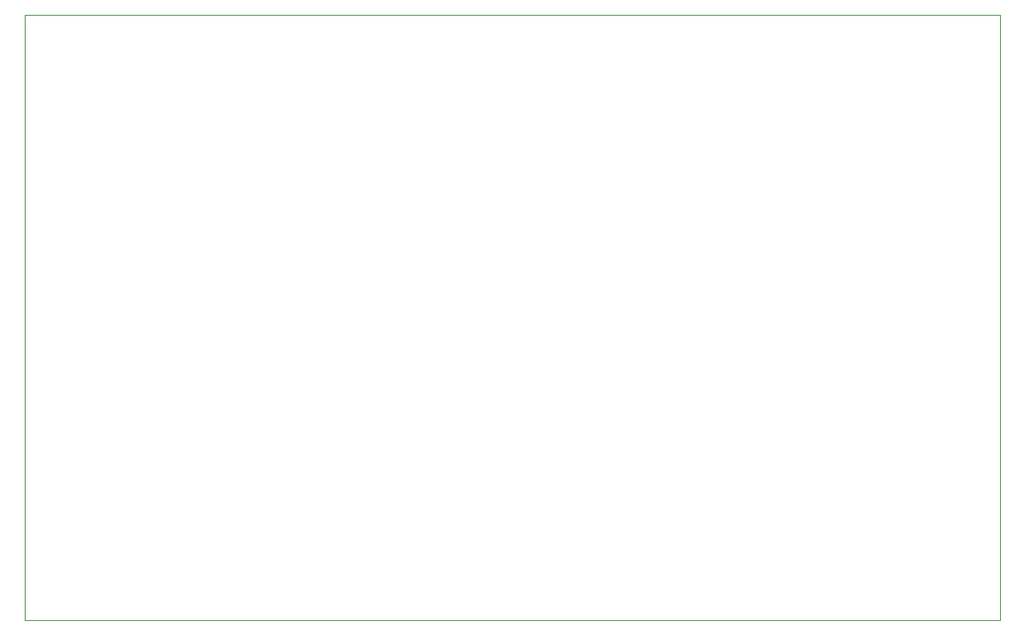
<source format=gm1>
G04*
G04 #@! TF.GenerationSoftware,Altium Limited,Altium Designer,24.6.1 (21)*
G04*
G04 Layer_Color=0*
%FSLAX44Y44*%
%MOMM*%
G71*
G04*
G04 #@! TF.SameCoordinates,1207D394-1C88-4F4B-BD9F-65BECFCF712D*
G04*
G04*
G04 #@! TF.FilePolarity,Positive*
G04*
G01*
G75*
%ADD30C,0.0254*%
D30*
X100000Y1270000D02*
X1100000D01*
Y650000D01*
X100000D01*
Y1270000D01*
M02*

</source>
